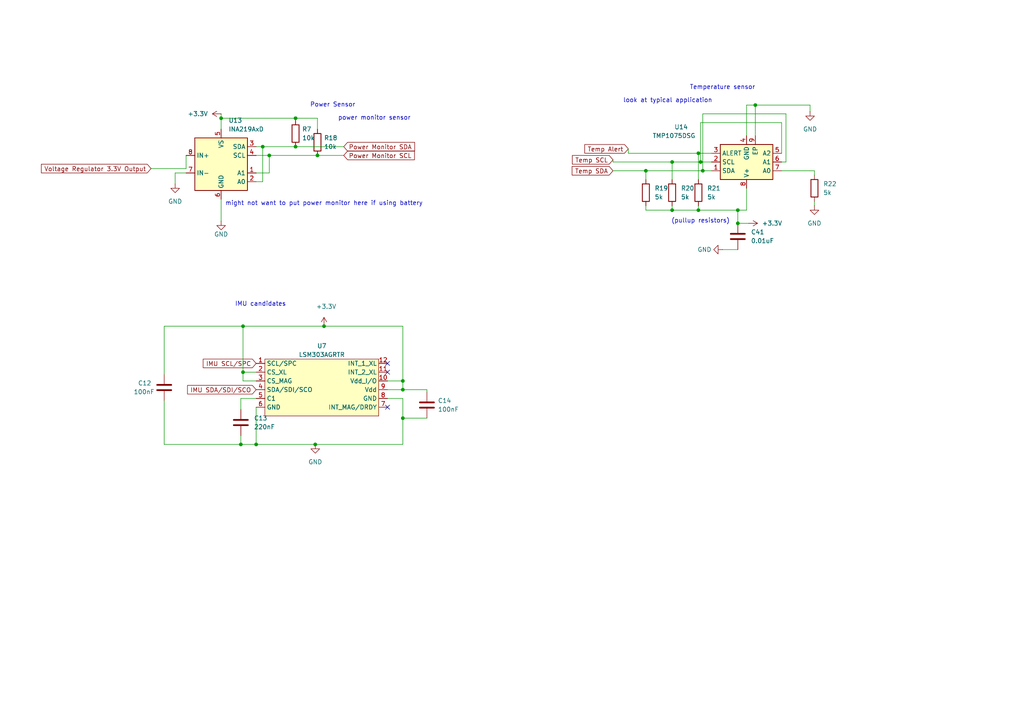
<source format=kicad_sch>
(kicad_sch (version 20250114) (generator "eeschema") (generator_version "9.0")
  (paper "A4")
  (lib_symbols
    (symbol "1my_symbol:LSM303AGR"
      (property "Reference" "U" (at 9.652 6.604 0))
      (symbol "LSM303AGR_1_1"
        (rectangle (start -6.35 3.81) (end 26.67 -12.7) (fill (type background)))
        (pin bidirectional line (at -8.89 2.54 0) (length 2.54) (name "SCL/SPC") (number "1"))
        (pin input line (at -8.89 0 0) (length 2.54) (name "CS_XL") (number "2"))
        (pin input line (at -8.89 -2.54 0) (length 2.54) (name "CS_MAG") (number "3"))
        (pin bidirectional line (at -8.89 -5.08 0) (length 2.54) (name "SDA/SDI/SCO") (number "4"))
        (pin bidirectional line (at -8.89 -7.62 0) (length 2.54) (name "C1") (number "5"))
        (pin input line (at -8.89 -10.16 0) (length 2.54) (name "GND") (number "6"))
        (pin bidirectional line (at 29.21 2.54 180) (length 2.54) (name "INT_1_XL") (number "12"))
        (pin bidirectional line (at 29.21 0 180) (length 2.54) (name "INT_2_XL") (number "11"))
        (pin power_in line (at 29.21 -2.54 180) (length 2.54) (name "Vdd_I/O") (number "10"))
        (pin power_in line (at 29.21 -5.08 180) (length 2.54) (name "Vdd") (number "9"))
        (pin power_in line (at 29.21 -7.62 180) (length 2.54) (name "GND") (number "8"))
        (pin bidirectional line (at 29.21 -10.16 180) (length 2.54) (name "INT_MAG/DRDY") (number "7"))
      )
    )
    (symbol "Device:C" (pin_numbers (hide yes)) (pin_names (offset 0.254))
      (property "Reference" "C" (at 0.635 2.54 0))
      (property "Value" "C" (at 0.635 -2.54 0))
      (symbol "C_0_1"
        (polyline (pts (xy -2.032 0.762) (xy 2.032 0.762)) (stroke (width 0.508)))
        (polyline (pts (xy -2.032 -0.762) (xy 2.032 -0.762)) (stroke (width 0.508)))
      )
      (symbol "C_1_1"
        (pin passive line (at 0 3.81 270) (length 2.794) (name "~") (number "1"))
        (pin passive line (at 0 -3.81 90) (length 2.794) (name "~") (number "2"))
      )
    )
    (symbol "Device:R" (pin_numbers (hide yes)) (pin_names (offset 0))
      (property "Reference" "R" (at 2.032 0 90))
      (property "Value" "R" (at 0 0 90))
      (symbol "R_0_1"
        (rectangle (start -1.016 -2.54) (end 1.016 2.54) (stroke (width 0.254)))
      )
      (symbol "R_1_1"
        (pin passive line (at 0 3.81 270) (length 1.27) (name "~") (number "1"))
        (pin passive line (at 0 -3.81 90) (length 1.27) (name "~") (number "2"))
      )
    )
    (symbol "Sensor_Energy:INA219AxD"
      (property "Reference" "U" (at -6.35 8.89 0))
      (property "Value" "INA219AxD" (at 5.08 8.89 0))
      (symbol "INA219AxD_0_1"
        (rectangle (start -7.62 7.62) (end 7.62 -7.62) (stroke (width 0.254)) (fill (type background)))
      )
      (symbol "INA219AxD_1_1"
        (pin input line (at -10.16 2.54 0) (length 2.54) (name "IN+") (number "8"))
        (pin input line (at -10.16 -2.54 0) (length 2.54) (name "IN-") (number "7"))
        (pin power_in line (at 0 10.16 270) (length 2.54) (name "VS") (number "5"))
        (pin power_in line (at 0 -10.16 90) (length 2.54) (name "GND") (number "6"))
        (pin bidirectional line (at 10.16 5.08 180) (length 2.54) (name "SDA") (number "3"))
        (pin input line (at 10.16 2.54 180) (length 2.54) (name "SCL") (number "4"))
        (pin input line (at 10.16 -2.54 180) (length 2.54) (name "A1") (number "1"))
        (pin input line (at 10.16 -5.08 180) (length 2.54) (name "A0") (number "2"))
      )
    )
    (symbol "Sensor_Temperature:TMP1075DSG"
      (property "Reference" "U" (at -6.35 6.35 0))
      (property "Value" "TMP1075DSG" (at 6.35 6.35 0))
      (symbol "TMP1075DSG_0_1"
        (rectangle (start -7.62 5.08) (end 7.62 -5.08) (stroke (width 0.254)) (fill (type background)))
      )
      (symbol "TMP1075DSG_1_1"
        (pin input line (at -10.16 2.54 0) (length 2.54) (name "A0") (number "7"))
        (pin input line (at -10.16 0 0) (length 2.54) (name "A1") (number "6"))
        (pin input line (at -10.16 -2.54 0) (length 2.54) (name "A2") (number "5"))
        (pin passive line (at -2.54 -7.62 90) (length 2.54) (name "EP") (number "9"))
        (pin power_in line (at 0 7.62 270) (length 2.54) (name "V+") (number "8"))
        (pin power_in line (at 0 -7.62 90) (length 2.54) (name "GND") (number "4"))
        (pin bidirectional line (at 10.16 2.54 180) (length 2.54) (name "SDA") (number "1"))
        (pin input line (at 10.16 0 180) (length 2.54) (name "SCL") (number "2"))
        (pin open_collector line (at 10.16 -2.54 180) (length 2.54) (name "ALERT") (number "3"))
      )
    )
    (symbol "power:+3.3V" (power) (pin_numbers (hide yes)) (pin_names (offset 0) (hide yes))
      (property "Value" "+3.3V" (at 0 3.556 0))
      (symbol "+3.3V_0_1"
        (polyline (pts (xy -0.762 1.27) (xy 0 2.54)))
        (polyline (pts (xy 0 2.54) (xy 0.762 1.27)))
        (polyline (pts (xy 0 0) (xy 0 2.54)))
      )
      (symbol "+3.3V_1_1"
        (pin power_in line (at 0 0 90) (length 0) (name "~") (number "1"))
      )
    )
    (symbol "power:GND" (power) (pin_numbers (hide yes)) (pin_names (offset 0) (hide yes))
      (property "Value" "GND" (at 0 -3.81 0))
      (symbol "GND_0_1"
        (polyline (pts (xy 0 0) (xy 0 -1.27) (xy 1.27 -1.27) (xy 0 -2.54) (xy -1.27 -1.27) (xy 0 -1.27)))
      )
      (symbol "GND_1_1"
        (pin power_in line (at 0 0 270) (length 0) (name "~") (number "1"))
      )
    )
  )
  (text "Power Sensor" (at 96.52 30.48 0) (effects (font (size 1.27 1.27))))
  (text "might not want to put power monitor here if using battery" (at 93.98 59.055 0) (effects (font (size 1.27 1.27))))
  (text "Temperature sensor" (at 209.55 25.4 0) (effects (font (size 1.27 1.27))))
  (text "(pullup resistors)" (at 203.2 64.135 0) (effects (font (size 1.27 1.27))))
  (text "power monitor sensor\n" (at 108.585 34.29 0) (effects (font (size 1.27 1.27))))
  (text "IMU candidates" (at 75.565 88.265 0) (effects (font (size 1.27 1.27))))
  (text "look at typical application" (at 193.675 29.21 0) (effects (font (size 1.27 1.27))))
  (junction (at 219.075 30.48))
  (junction (at 70.485 94.615))
  (junction (at 64.135 34.29))
  (junction (at 213.995 64.77))
  (junction (at 194.945 46.99))
  (junction (at 203.2 46.99))
  (junction (at 92.075 45.085))
  (junction (at 69.85 128.905))
  (junction (at 203.835 49.53))
  (junction (at 187.325 49.53))
  (junction (at 116.84 121.285))
  (junction (at 116.84 113.03))
  (junction (at 202.565 44.45))
  (junction (at 76.2 42.545))
  (junction (at 74.295 128.905))
  (junction (at 91.44 128.905))
  (junction (at 213.995 60.96))
  (junction (at 93.98 94.615))
  (junction (at 70.485 107.95))
  (junction (at 85.725 42.545))
  (junction (at 85.725 34.29))
  (junction (at 116.84 110.49))
  (junction (at 202.565 60.96))
  (junction (at 194.945 60.96))
  (junction (at 78.105 45.085))
  (no_connect (at 112.395 118.11))
  (no_connect (at 112.395 107.95))
  (no_connect (at 112.395 105.41))
  (wire (pts (xy 69.85 126.365) (xy 69.85 128.905)))
  (wire (pts (xy 202.565 59.69) (xy 202.565 60.96)))
  (wire (pts (xy 213.995 60.96) (xy 213.995 64.77)))
  (wire (pts (xy 177.8 46.99) (xy 194.945 46.99)))
  (wire (pts (xy 64.135 64.135) (xy 64.135 57.785)))
  (wire (pts (xy 47.625 94.615) (xy 47.625 108.585)))
  (wire (pts (xy 227.965 33.02) (xy 203.835 33.02)))
  (wire (pts (xy 50.8 50.165) (xy 53.975 50.165)))
  (wire (pts (xy 53.975 48.895) (xy 53.975 45.085)))
  (wire (pts (xy 76.2 42.545) (xy 85.725 42.545)))
  (wire (pts (xy 203.835 33.02) (xy 203.835 49.53)))
  (wire (pts (xy 85.725 42.545) (xy 99.695 42.545)))
  (wire (pts (xy 74.295 45.085) (xy 78.105 45.085)))
  (wire (pts (xy 209.55 72.39) (xy 213.995 72.39)))
  (wire (pts (xy 70.485 107.95) (xy 70.485 94.615)))
  (wire (pts (xy 74.295 50.165) (xy 78.105 50.165)))
  (wire (pts (xy 116.84 115.57) (xy 116.84 121.285)))
  (wire (pts (xy 202.565 44.45) (xy 202.565 52.07)))
  (wire (pts (xy 219.075 30.48) (xy 219.075 39.37)))
  (wire (pts (xy 112.395 115.57) (xy 116.84 115.57)))
  (wire (pts (xy 116.84 121.285) (xy 123.825 121.285)))
  (wire (pts (xy 187.325 49.53) (xy 203.835 49.53)))
  (wire (pts (xy 85.725 34.29) (xy 85.725 34.925)))
  (wire (pts (xy 226.695 46.99) (xy 227.965 46.99)))
  (wire (pts (xy 47.625 128.905) (xy 69.85 128.905)))
  (wire (pts (xy 187.325 49.53) (xy 187.325 52.07)))
  (wire (pts (xy 177.8 46.99) (xy 177.8 46.355)))
  (wire (pts (xy 74.295 110.49) (xy 70.485 110.49)))
  (wire (pts (xy 92.075 45.085) (xy 99.695 45.085)))
  (wire (pts (xy 91.44 128.905) (xy 116.84 128.905)))
  (wire (pts (xy 182.245 44.45) (xy 202.565 44.45)))
  (wire (pts (xy 78.105 45.085) (xy 92.075 45.085)))
  (wire (pts (xy 116.84 94.615) (xy 116.84 110.49)))
  (wire (pts (xy 194.945 46.99) (xy 194.945 52.07)))
  (wire (pts (xy 70.485 110.49) (xy 70.485 107.95)))
  (wire (pts (xy 202.565 44.45) (xy 206.375 44.45)))
  (wire (pts (xy 236.22 59.69) (xy 236.22 58.42)))
  (wire (pts (xy 236.22 49.53) (xy 236.22 50.8)))
  (wire (pts (xy 226.695 49.53) (xy 236.22 49.53)))
  (wire (pts (xy 50.8 53.34) (xy 50.8 50.165)))
  (wire (pts (xy 64.135 34.29) (xy 85.725 34.29)))
  (wire (pts (xy 47.625 116.205) (xy 47.625 128.905)))
  (wire (pts (xy 227.965 46.99) (xy 227.965 33.02)))
  (wire (pts (xy 202.565 60.96) (xy 213.995 60.96)))
  (wire (pts (xy 93.98 94.615) (xy 116.84 94.615)))
  (wire (pts (xy 74.295 42.545) (xy 76.2 42.545)))
  (wire (pts (xy 116.84 110.49) (xy 116.84 113.03)))
  (wire (pts (xy 116.84 121.285) (xy 116.84 128.905)))
  (wire (pts (xy 203.2 35.56) (xy 203.2 46.99)))
  (wire (pts (xy 216.535 30.48) (xy 219.075 30.48)))
  (wire (pts (xy 69.85 115.57) (xy 69.85 118.745)))
  (wire (pts (xy 216.535 60.96) (xy 213.995 60.96)))
  (wire (pts (xy 203.2 46.99) (xy 206.375 46.99)))
  (wire (pts (xy 226.695 44.45) (xy 226.695 35.56)))
  (wire (pts (xy 187.325 60.96) (xy 194.945 60.96)))
  (wire (pts (xy 78.105 45.085) (xy 78.105 50.165)))
  (wire (pts (xy 216.535 39.37) (xy 216.535 30.48)))
  (wire (pts (xy 116.84 113.03) (xy 123.825 113.03)))
  (wire (pts (xy 76.2 52.705) (xy 76.2 42.545)))
  (wire (pts (xy 123.825 113.665) (xy 123.825 113.03)))
  (wire (pts (xy 74.295 115.57) (xy 69.85 115.57)))
  (wire (pts (xy 74.295 52.705) (xy 76.2 52.705)))
  (wire (pts (xy 70.485 107.95) (xy 74.295 107.95)))
  (wire (pts (xy 74.295 128.905) (xy 91.44 128.905)))
  (wire (pts (xy 43.815 48.895) (xy 53.975 48.895)))
  (wire (pts (xy 92.075 34.29) (xy 92.075 37.465)))
  (wire (pts (xy 116.84 113.03) (xy 112.395 113.03)))
  (wire (pts (xy 93.98 94.615) (xy 70.485 94.615)))
  (wire (pts (xy 112.395 110.49) (xy 116.84 110.49)))
  (wire (pts (xy 217.17 64.77) (xy 213.995 64.77)))
  (wire (pts (xy 64.135 33.02) (xy 64.135 34.29)))
  (wire (pts (xy 216.535 54.61) (xy 216.535 60.96)))
  (wire (pts (xy 64.135 34.29) (xy 64.135 37.465)))
  (wire (pts (xy 194.945 59.69) (xy 194.945 60.96)))
  (wire (pts (xy 85.725 34.29) (xy 92.075 34.29)))
  (wire (pts (xy 74.295 118.11) (xy 74.295 128.905)))
  (wire (pts (xy 226.695 35.56) (xy 203.2 35.56)))
  (wire (pts (xy 194.945 60.96) (xy 202.565 60.96)))
  (wire (pts (xy 69.85 128.905) (xy 74.295 128.905)))
  (wire (pts (xy 234.95 30.48) (xy 219.075 30.48)))
  (wire (pts (xy 194.945 46.99) (xy 203.2 46.99)))
  (wire (pts (xy 177.8 49.53) (xy 187.325 49.53)))
  (wire (pts (xy 203.835 49.53) (xy 206.375 49.53)))
  (wire (pts (xy 187.325 59.69) (xy 187.325 60.96)))
  (wire (pts (xy 182.245 44.45) (xy 182.245 43.18)))
  (wire (pts (xy 70.485 94.615) (xy 47.625 94.615)))
  (wire (pts (xy 234.95 32.385) (xy 234.95 30.48)))
  (global_label "Power Monitor SCL" (shape input) (at 99.695 45.085 0) (effects (font (thickness 0.1588))) (property "Intersheetrefs" "${INTERSHEET_REFS}" (effects (hide yes))))
  (global_label "Temp SDA" (shape input) (at 177.8 49.53 180) (effects (font (thickness 0.1588))) (property "Intersheetrefs" "${INTERSHEET_REFS}" (effects (hide yes))))
  (global_label "IMU SCL{slash}SPC" (shape input) (at 74.295 105.41 180) (property "Intersheetrefs" "${INTERSHEET_REFS}" (effects (hide yes))))
  (global_label "Voltage Regulator 3.3V Output" (shape input) (at 43.815 48.895 180) (property "Intersheetrefs" "${INTERSHEET_REFS}" (effects (hide yes))))
  (global_label "Temp Alert" (shape input) (at 182.245 43.18 180) (effects (font (thickness 0.1588))) (property "Intersheetrefs" "${INTERSHEET_REFS}" (effects (hide yes))))
  (global_label "IMU SDA{slash}SDI{slash}SCO" (shape input) (at 74.295 113.03 180) (property "Intersheetrefs" "${INTERSHEET_REFS}" (effects (hide yes))))
  (global_label "Power Monitor SDA" (shape input) (at 99.695 42.545 0) (property "Intersheetrefs" "${INTERSHEET_REFS}" (effects (hide yes))))
  (global_label "Temp SCL" (shape input) (at 177.8 46.355 180) (effects (font (thickness 0.1588))) (property "Intersheetrefs" "${INTERSHEET_REFS}" (effects (hide yes))))
  (symbol (lib_id "power:+3.3V") (at 93.98 94.615 0) (unit 1)
    (property "Reference" "#PWR098" (effects (hide yes)))
    (property "Value" "+3.3V" (at 94.615 88.9 0))
    (property "Description" "Power symbol creates a global label with name \"+3.3V\"" (effects (hide yes)))
  )
  (symbol (lib_id "power:GND") (at 64.135 64.135 0) (unit 1)
    (property "Reference" "#PWR092" (effects (hide yes)))
    (property "Value" "GND" (at 64.135 67.945 0))
    (property "Description" "Power symbol creates a global label with name \"GND\" , ground" (effects (hide yes)))
  )
  (symbol (lib_id "Device:R") (at 236.22 54.61 0) (unit 1)
    (property "Reference" "R22" (at 238.76 53.3399 0) (effects (justify left)))
    (property "Value" "5k" (at 238.76 55.8799 0) (effects (justify left)))
    (property "Footprint" "Resistor_SMD:R_0402_1005Metric" (effects (hide yes)))
    (property "Description" "Resistor" (effects (hide yes)))
  )
  (symbol (lib_id "power:GND") (at 209.55 72.39 270) (unit 1)
    (property "Reference" "#PWR093" (effects (hide yes)))
    (property "Value" "GND" (at 206.375 72.3899 90) (effects (justify right)))
    (property "Description" "Power symbol creates a global label with name \"GND\" , ground" (effects (hide yes)))
  )
  (symbol (lib_id "1my_symbol:LSM303AGR") (at 83.185 107.95 0) (unit 1)
    (property "Reference" "U7" (at 93.345 100.33 0))
    (property "Value" "LSM303AGRTR" (at 93.345 102.87 0))
    (property "Footprint" "1my_footprints:SON_03AGRTR_STM-L" (effects (hide yes)))
  )
  (symbol (lib_id "power:+3.3V") (at 217.17 64.77 270) (unit 1)
    (property "Reference" "#PWR094" (effects (hide yes)))
    (property "Value" "+3.3V" (at 220.98 64.7699 90) (effects (justify left)))
    (property "Description" "Power symbol creates a global label with name \"+3.3V\"" (effects (hide yes)))
  )
  (symbol (lib_id "power:+3.3V") (at 64.135 33.02 90) (unit 1)
    (property "Reference" "#PWR091" (effects (hide yes)))
    (property "Value" "+3.3V" (at 60.325 33.0199 90) (effects (justify left)))
    (property "Description" "Power symbol creates a global label with name \"+3.3V\"" (effects (hide yes)))
  )
  (symbol (lib_id "Device:R") (at 187.325 55.88 0) (unit 1)
    (property "Reference" "R19" (at 189.865 54.6099 0) (effects (justify left)))
    (property "Value" "5k" (at 189.865 57.1499 0) (effects (justify left)))
    (property "Footprint" "Resistor_SMD:R_0402_1005Metric" (effects (hide yes)))
    (property "Description" "Resistor" (effects (hide yes)))
  )
  (symbol (lib_id "Device:C") (at 213.995 68.58 180) (unit 1)
    (property "Reference" "C41" (at 217.805 67.3099 0) (effects (justify right)))
    (property "Value" "0.01uF" (at 217.805 69.8499 0) (effects (justify right)))
    (property "Footprint" "Capacitor_SMD:C_0402_1005Metric" (effects (hide yes)))
    (property "Description" "Unpolarized capacitor" (effects (hide yes)))
  )
  (symbol (lib_id "power:GND") (at 234.95 32.385 0) (unit 1)
    (property "Reference" "#PWR095" (effects (hide yes)))
    (property "Value" "GND" (at 234.95 37.465 0))
    (property "Description" "Power symbol creates a global label with name \"GND\" , ground" (effects (hide yes)))
  )
  (symbol (lib_id "Device:R") (at 194.945 55.88 0) (unit 1)
    (property "Reference" "R20" (at 197.485 54.6099 0) (effects (justify left)))
    (property "Value" "5k" (at 197.485 57.1499 0) (effects (justify left)))
    (property "Footprint" "Resistor_SMD:R_0402_1005Metric" (effects (hide yes)))
    (property "Description" "Resistor" (effects (hide yes)))
  )
  (symbol (lib_id "Device:C") (at 69.85 122.555 0) (unit 1)
    (property "Reference" "C13" (at 73.66 121.2849 0) (effects (justify left)))
    (property "Value" "220nF" (at 73.66 123.8249 0) (effects (justify left)))
    (property "Footprint" "Capacitor_SMD:C_0402_1005Metric" (effects (hide yes)))
    (property "Description" "Unpolarized capacitor" (effects (hide yes)))
  )
  (symbol (lib_id "power:GND") (at 91.44 128.905 0) (unit 1)
    (property "Reference" "#PWR097" (effects (hide yes)))
    (property "Value" "GND" (at 91.44 133.985 0))
    (property "Description" "Power symbol creates a global label with name \"GND\" , ground" (effects (hide yes)))
  )
  (symbol (lib_id "power:GND") (at 50.8 53.34 0) (unit 1)
    (property "Reference" "#PWR090" (effects (hide yes)))
    (property "Value" "GND" (at 50.8 58.42 0))
    (property "Description" "Power symbol creates a global label with name \"GND\" , ground" (effects (hide yes)))
  )
  (symbol (lib_id "Device:R") (at 85.725 38.735 0) (unit 1)
    (property "Reference" "R7" (at 87.63 37.4649 0) (effects (justify left)))
    (property "Value" "10k" (at 87.63 40.0049 0) (effects (justify left)))
    (property "Footprint" "Resistor_SMD:R_0402_1005Metric" (effects (hide yes)))
    (property "Description" "Resistor" (effects (hide yes)))
  )
  (symbol (lib_id "Device:C") (at 123.825 117.475 0) (unit 1)
    (property "Reference" "C14" (at 127 116.2049 0) (effects (justify left)))
    (property "Value" "100nF" (at 127 118.7449 0) (effects (justify left)))
    (property "Footprint" "Capacitor_SMD:C_0402_1005Metric" (effects (hide yes)))
    (property "Description" "Unpolarized capacitor" (effects (hide yes)))
  )
  (symbol (lib_id "power:GND") (at 236.22 59.69 0) (unit 1)
    (property "Reference" "#PWR096" (effects (hide yes)))
    (property "Value" "GND" (at 236.22 64.77 0))
    (property "Description" "Power symbol creates a global label with name \"GND\" , ground" (effects (hide yes)))
  )
  (symbol (lib_id "Device:R") (at 92.075 41.275 0) (unit 1)
    (property "Reference" "R18" (at 93.98 40.0049 0) (effects (justify left)))
    (property "Value" "10k" (at 93.98 42.5449 0) (effects (justify left)))
    (property "Footprint" "Resistor_SMD:R_0402_1005Metric" (effects (hide yes)))
    (property "Description" "Resistor" (effects (hide yes)))
  )
  (symbol (lib_id "Sensor_Temperature:TMP1075DSG") (at 216.535 46.99 180) (unit 1)
    (property "Reference" "U14" (at 195.58 36.83 0) (effects (justify right)))
    (property "Value" "TMP1075DSG" (at 189.23 39.37 0) (effects (justify right)))
    (property "Footprint" "Package_SON:WSON-8-1EP_2x2mm_P0.5mm_EP0.9x1.6mm_ThermalVias" (effects (hide yes)))
    (property "Datasheet" "https://www.ti.com/lit/gpn/tmp1075" (effects (hide yes)))
    (property "Description" "I2C-bus digital temperature sensor and thermal watchdog, WSON-8" (effects (hide yes)))
  )
  (symbol (lib_id "Device:C") (at 47.625 112.395 0) (unit 1)
    (property "Reference" "C12" (at 40.005 111.125 0) (effects (justify left)))
    (property "Value" "100nF" (at 38.735 113.665 0) (effects (justify left)))
    (property "Footprint" "Capacitor_SMD:C_0402_1005Metric" (effects (hide yes)))
    (property "Description" "Unpolarized capacitor" (effects (hide yes)))
  )
  (symbol (lib_id "Sensor_Energy:INA219AxD") (at 64.135 47.625 0) (unit 1)
    (property "Reference" "U13" (at 66.2783 34.925 0) (effects (justify left)))
    (property "Value" "INA219AxD" (at 66.2783 37.465 0) (effects (justify left)))
    (property "Footprint" "Package_SO:SOIC-8_3.9x4.9mm_P1.27mm" (effects (hide yes)))
    (property "Datasheet" "http://www.ti.com/lit/ds/symlink/ina219.pdf" (effects (hide yes)))
    (property "Description" "Zero-Drift, Bidirectional Current/Power Monitor (0-26V) With I2C Interface, SOIC-8" (effects (hide yes)))
  )
  (symbol (lib_id "Device:R") (at 202.565 55.88 0) (unit 1)
    (property "Reference" "R21" (at 205.105 54.6099 0) (effects (justify left)))
    (property "Value" "5k" (at 205.105 57.1499 0) (effects (justify left)))
    (property "Footprint" "Resistor_SMD:R_0402_1005Metric" (effects (hide yes)))
    (property "Description" "Resistor" (effects (hide yes)))
  )
)
</source>
